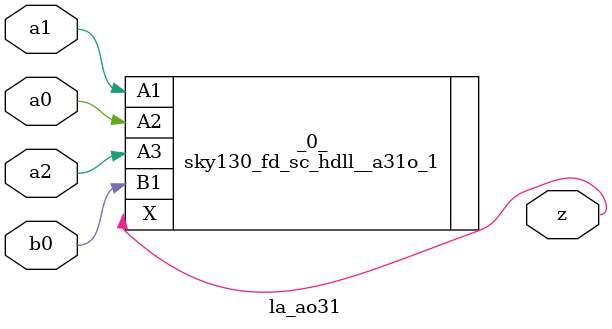
<source format=v>

/* Generated by Yosys 0.44 (git sha1 80ba43d26, g++ 11.4.0-1ubuntu1~22.04 -fPIC -O3) */

(* top =  1  *)
(* src = "generated" *)
module la_ao31 (
    a0,
    a1,
    a2,
    b0,
    z
);
  (* src = "generated" *)
  input a0;
  wire a0;
  (* src = "generated" *)
  input a1;
  wire a1;
  (* src = "generated" *)
  input a2;
  wire a2;
  (* src = "generated" *)
  input b0;
  wire b0;
  (* src = "generated" *)
  output z;
  wire z;
  sky130_fd_sc_hdll__a31o_1 _0_ (
      .A1(a1),
      .A2(a0),
      .A3(a2),
      .B1(b0),
      .X (z)
  );
endmodule

</source>
